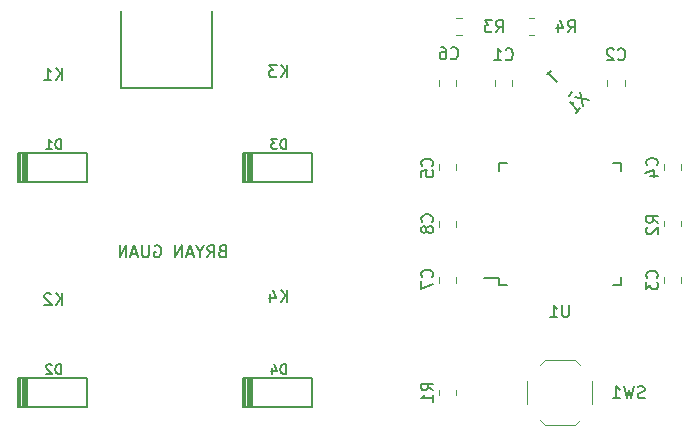
<source format=gbo>
%TF.GenerationSoftware,KiCad,Pcbnew,(5.1.10)-1*%
%TF.CreationDate,2021-08-17T23:44:39-04:00*%
%TF.ProjectId,Keyboard_Schematic,4b657962-6f61-4726-945f-536368656d61,rev?*%
%TF.SameCoordinates,Original*%
%TF.FileFunction,Legend,Bot*%
%TF.FilePolarity,Positive*%
%FSLAX46Y46*%
G04 Gerber Fmt 4.6, Leading zero omitted, Abs format (unit mm)*
G04 Created by KiCad (PCBNEW (5.1.10)-1) date 2021-08-17 23:44:39*
%MOMM*%
%LPD*%
G01*
G04 APERTURE LIST*
%ADD10C,0.150000*%
%ADD11C,0.120000*%
%ADD12C,0.200000*%
G04 APERTURE END LIST*
D10*
X66650666Y-76128571D02*
X66507809Y-76176190D01*
X66460190Y-76223809D01*
X66412571Y-76319047D01*
X66412571Y-76461904D01*
X66460190Y-76557142D01*
X66507809Y-76604761D01*
X66603047Y-76652380D01*
X66984000Y-76652380D01*
X66984000Y-75652380D01*
X66650666Y-75652380D01*
X66555428Y-75700000D01*
X66507809Y-75747619D01*
X66460190Y-75842857D01*
X66460190Y-75938095D01*
X66507809Y-76033333D01*
X66555428Y-76080952D01*
X66650666Y-76128571D01*
X66984000Y-76128571D01*
X65412571Y-76652380D02*
X65745904Y-76176190D01*
X65984000Y-76652380D02*
X65984000Y-75652380D01*
X65603047Y-75652380D01*
X65507809Y-75700000D01*
X65460190Y-75747619D01*
X65412571Y-75842857D01*
X65412571Y-75985714D01*
X65460190Y-76080952D01*
X65507809Y-76128571D01*
X65603047Y-76176190D01*
X65984000Y-76176190D01*
X64793523Y-76176190D02*
X64793523Y-76652380D01*
X65126857Y-75652380D02*
X64793523Y-76176190D01*
X64460190Y-75652380D01*
X64174476Y-76366666D02*
X63698285Y-76366666D01*
X64269714Y-76652380D02*
X63936380Y-75652380D01*
X63603047Y-76652380D01*
X63269714Y-76652380D02*
X63269714Y-75652380D01*
X62698285Y-76652380D01*
X62698285Y-75652380D01*
X60936380Y-75700000D02*
X61031619Y-75652380D01*
X61174476Y-75652380D01*
X61317333Y-75700000D01*
X61412571Y-75795238D01*
X61460190Y-75890476D01*
X61507809Y-76080952D01*
X61507809Y-76223809D01*
X61460190Y-76414285D01*
X61412571Y-76509523D01*
X61317333Y-76604761D01*
X61174476Y-76652380D01*
X61079238Y-76652380D01*
X60936380Y-76604761D01*
X60888761Y-76557142D01*
X60888761Y-76223809D01*
X61079238Y-76223809D01*
X60460190Y-75652380D02*
X60460190Y-76461904D01*
X60412571Y-76557142D01*
X60364952Y-76604761D01*
X60269714Y-76652380D01*
X60079238Y-76652380D01*
X59984000Y-76604761D01*
X59936380Y-76557142D01*
X59888761Y-76461904D01*
X59888761Y-75652380D01*
X59460190Y-76366666D02*
X58984000Y-76366666D01*
X59555428Y-76652380D02*
X59222095Y-75652380D01*
X58888761Y-76652380D01*
X58555428Y-76652380D02*
X58555428Y-75652380D01*
X57984000Y-76652380D01*
X57984000Y-75652380D01*
%TO.C,U1*%
X90075000Y-78418750D02*
X88800000Y-78418750D01*
X100425000Y-78993750D02*
X99750000Y-78993750D01*
X100425000Y-68643750D02*
X99750000Y-68643750D01*
X90075000Y-68643750D02*
X90750000Y-68643750D01*
X90075000Y-78993750D02*
X90750000Y-78993750D01*
X90075000Y-68643750D02*
X90075000Y-69318750D01*
X100425000Y-68643750D02*
X100425000Y-69318750D01*
X100425000Y-78993750D02*
X100425000Y-78318750D01*
X90075000Y-78993750D02*
X90075000Y-78418750D01*
%TO.C,X1*%
X94330761Y-61134683D02*
X95037868Y-61841789D01*
X94189340Y-61134683D02*
X94472183Y-60851840D01*
X96027817Y-62973160D02*
X96310660Y-62690317D01*
D11*
%TO.C,C1*%
X89752500Y-62173752D02*
X89752500Y-61651248D01*
X91222500Y-62173752D02*
X91222500Y-61651248D01*
%TO.C,C2*%
X99277500Y-62173752D02*
X99277500Y-61651248D01*
X100747500Y-62173752D02*
X100747500Y-61651248D01*
%TO.C,C3*%
X104040000Y-78319998D02*
X104040000Y-78842502D01*
X105510000Y-78319998D02*
X105510000Y-78842502D01*
%TO.C,C4*%
X105510000Y-68794998D02*
X105510000Y-69317502D01*
X104040000Y-68794998D02*
X104040000Y-69317502D01*
%TO.C,C5*%
X86460000Y-69317502D02*
X86460000Y-68794998D01*
X84990000Y-69317502D02*
X84990000Y-68794998D01*
%TO.C,C6*%
X84990000Y-62173752D02*
X84990000Y-61651248D01*
X86460000Y-62173752D02*
X86460000Y-61651248D01*
%TO.C,C7*%
X86460000Y-78842502D02*
X86460000Y-78319998D01*
X84990000Y-78842502D02*
X84990000Y-78319998D01*
%TO.C,C8*%
X86460000Y-74080002D02*
X86460000Y-73557498D01*
X84990000Y-74080002D02*
X84990000Y-73557498D01*
D12*
%TO.C,D1*%
X50112500Y-70256250D02*
X50112500Y-67856250D01*
X49937500Y-70256250D02*
X49937500Y-67856250D01*
X49762500Y-70256250D02*
X49762500Y-67856250D01*
X49362500Y-67856250D02*
X49362500Y-70256250D01*
X49587500Y-70256250D02*
X49587500Y-67856250D01*
X49462500Y-70256250D02*
X49462500Y-67856250D01*
X49387500Y-70256250D02*
X55187500Y-70256250D01*
X55187500Y-70256250D02*
X55187500Y-67856250D01*
X55187500Y-67856250D02*
X49387500Y-67856250D01*
%TO.C,D2*%
X50112500Y-89306250D02*
X50112500Y-86906250D01*
X49937500Y-89306250D02*
X49937500Y-86906250D01*
X49762500Y-89306250D02*
X49762500Y-86906250D01*
X49362500Y-86906250D02*
X49362500Y-89306250D01*
X49587500Y-89306250D02*
X49587500Y-86906250D01*
X49462500Y-89306250D02*
X49462500Y-86906250D01*
X49387500Y-89306250D02*
X55187500Y-89306250D01*
X55187500Y-89306250D02*
X55187500Y-86906250D01*
X55187500Y-86906250D02*
X49387500Y-86906250D01*
%TO.C,D3*%
X74237500Y-67856250D02*
X68437500Y-67856250D01*
X74237500Y-70256250D02*
X74237500Y-67856250D01*
X68437500Y-70256250D02*
X74237500Y-70256250D01*
X68512500Y-70256250D02*
X68512500Y-67856250D01*
X68637500Y-70256250D02*
X68637500Y-67856250D01*
X68412500Y-67856250D02*
X68412500Y-70256250D01*
X68812500Y-70256250D02*
X68812500Y-67856250D01*
X68987500Y-70256250D02*
X68987500Y-67856250D01*
X69162500Y-70256250D02*
X69162500Y-67856250D01*
%TO.C,D4*%
X74237500Y-86906250D02*
X68437500Y-86906250D01*
X74237500Y-89306250D02*
X74237500Y-86906250D01*
X68437500Y-89306250D02*
X74237500Y-89306250D01*
X68512500Y-89306250D02*
X68512500Y-86906250D01*
X68637500Y-89306250D02*
X68637500Y-86906250D01*
X68412500Y-86906250D02*
X68412500Y-89306250D01*
X68812500Y-89306250D02*
X68812500Y-86906250D01*
X68987500Y-89306250D02*
X68987500Y-86906250D01*
X69162500Y-89306250D02*
X69162500Y-86906250D01*
%TO.C,J1*%
X58062500Y-62312500D02*
X65762500Y-62312500D01*
X58062500Y-62312500D02*
X58062500Y-55812500D01*
X65762500Y-62312500D02*
X65762500Y-55812500D01*
D11*
%TO.C,R1*%
X86460000Y-87879186D02*
X86460000Y-88333314D01*
X84990000Y-87879186D02*
X84990000Y-88333314D01*
%TO.C,R2*%
X105510000Y-74045814D02*
X105510000Y-73591686D01*
X104040000Y-74045814D02*
X104040000Y-73591686D01*
%TO.C,R3*%
X86952064Y-56415000D02*
X86497936Y-56415000D01*
X86952064Y-57885000D02*
X86497936Y-57885000D01*
%TO.C,R4*%
X93095814Y-57885000D02*
X92641686Y-57885000D01*
X93095814Y-56415000D02*
X92641686Y-56415000D01*
%TO.C,SW1*%
X94000000Y-90856250D02*
X96500000Y-90856250D01*
X92500000Y-89106250D02*
X92500000Y-87106250D01*
X94000000Y-85356250D02*
X96500000Y-85356250D01*
X98000000Y-89106250D02*
X98000000Y-87106250D01*
X93550000Y-90406250D02*
X94000000Y-90856250D01*
X96950000Y-90406250D02*
X96500000Y-90856250D01*
X96950000Y-85806250D02*
X96500000Y-85356250D01*
X93550000Y-85806250D02*
X94000000Y-85356250D01*
%TO.C,U1*%
D10*
X96011904Y-80721130D02*
X96011904Y-81530654D01*
X95964285Y-81625892D01*
X95916666Y-81673511D01*
X95821428Y-81721130D01*
X95630952Y-81721130D01*
X95535714Y-81673511D01*
X95488095Y-81625892D01*
X95440476Y-81530654D01*
X95440476Y-80721130D01*
X94440476Y-81721130D02*
X95011904Y-81721130D01*
X94726190Y-81721130D02*
X94726190Y-80721130D01*
X94821428Y-80863988D01*
X94916666Y-80959226D01*
X95011904Y-81006845D01*
%TO.C,X1*%
X96990829Y-62649911D02*
X97226531Y-63828422D01*
X96519425Y-63121315D02*
X97697936Y-63357017D01*
X96586768Y-64468185D02*
X96990829Y-64064124D01*
X96788799Y-64266155D02*
X96081692Y-63559048D01*
X96250051Y-63592720D01*
X96384738Y-63592720D01*
X96485753Y-63559048D01*
%TO.C,C1*%
X90654166Y-59888392D02*
X90701785Y-59936011D01*
X90844642Y-59983630D01*
X90939880Y-59983630D01*
X91082738Y-59936011D01*
X91177976Y-59840773D01*
X91225595Y-59745535D01*
X91273214Y-59555059D01*
X91273214Y-59412202D01*
X91225595Y-59221726D01*
X91177976Y-59126488D01*
X91082738Y-59031250D01*
X90939880Y-58983630D01*
X90844642Y-58983630D01*
X90701785Y-59031250D01*
X90654166Y-59078869D01*
X89701785Y-59983630D02*
X90273214Y-59983630D01*
X89987500Y-59983630D02*
X89987500Y-58983630D01*
X90082738Y-59126488D01*
X90177976Y-59221726D01*
X90273214Y-59269345D01*
%TO.C,C2*%
X100179166Y-59888392D02*
X100226785Y-59936011D01*
X100369642Y-59983630D01*
X100464880Y-59983630D01*
X100607738Y-59936011D01*
X100702976Y-59840773D01*
X100750595Y-59745535D01*
X100798214Y-59555059D01*
X100798214Y-59412202D01*
X100750595Y-59221726D01*
X100702976Y-59126488D01*
X100607738Y-59031250D01*
X100464880Y-58983630D01*
X100369642Y-58983630D01*
X100226785Y-59031250D01*
X100179166Y-59078869D01*
X99798214Y-59078869D02*
X99750595Y-59031250D01*
X99655357Y-58983630D01*
X99417261Y-58983630D01*
X99322023Y-59031250D01*
X99274404Y-59078869D01*
X99226785Y-59174107D01*
X99226785Y-59269345D01*
X99274404Y-59412202D01*
X99845833Y-59983630D01*
X99226785Y-59983630D01*
%TO.C,C3*%
X103452142Y-78414583D02*
X103499761Y-78366964D01*
X103547380Y-78224107D01*
X103547380Y-78128869D01*
X103499761Y-77986011D01*
X103404523Y-77890773D01*
X103309285Y-77843154D01*
X103118809Y-77795535D01*
X102975952Y-77795535D01*
X102785476Y-77843154D01*
X102690238Y-77890773D01*
X102595000Y-77986011D01*
X102547380Y-78128869D01*
X102547380Y-78224107D01*
X102595000Y-78366964D01*
X102642619Y-78414583D01*
X102547380Y-78747916D02*
X102547380Y-79366964D01*
X102928333Y-79033630D01*
X102928333Y-79176488D01*
X102975952Y-79271726D01*
X103023571Y-79319345D01*
X103118809Y-79366964D01*
X103356904Y-79366964D01*
X103452142Y-79319345D01*
X103499761Y-79271726D01*
X103547380Y-79176488D01*
X103547380Y-78890773D01*
X103499761Y-78795535D01*
X103452142Y-78747916D01*
%TO.C,C4*%
X103452142Y-68889583D02*
X103499761Y-68841964D01*
X103547380Y-68699107D01*
X103547380Y-68603869D01*
X103499761Y-68461011D01*
X103404523Y-68365773D01*
X103309285Y-68318154D01*
X103118809Y-68270535D01*
X102975952Y-68270535D01*
X102785476Y-68318154D01*
X102690238Y-68365773D01*
X102595000Y-68461011D01*
X102547380Y-68603869D01*
X102547380Y-68699107D01*
X102595000Y-68841964D01*
X102642619Y-68889583D01*
X102880714Y-69746726D02*
X103547380Y-69746726D01*
X102499761Y-69508630D02*
X103214047Y-69270535D01*
X103214047Y-69889583D01*
%TO.C,C5*%
X84431142Y-68921333D02*
X84478761Y-68873714D01*
X84526380Y-68730857D01*
X84526380Y-68635619D01*
X84478761Y-68492761D01*
X84383523Y-68397523D01*
X84288285Y-68349904D01*
X84097809Y-68302285D01*
X83954952Y-68302285D01*
X83764476Y-68349904D01*
X83669238Y-68397523D01*
X83574000Y-68492761D01*
X83526380Y-68635619D01*
X83526380Y-68730857D01*
X83574000Y-68873714D01*
X83621619Y-68921333D01*
X83526380Y-69826095D02*
X83526380Y-69349904D01*
X84002571Y-69302285D01*
X83954952Y-69349904D01*
X83907333Y-69445142D01*
X83907333Y-69683238D01*
X83954952Y-69778476D01*
X84002571Y-69826095D01*
X84097809Y-69873714D01*
X84335904Y-69873714D01*
X84431142Y-69826095D01*
X84478761Y-69778476D01*
X84526380Y-69683238D01*
X84526380Y-69445142D01*
X84478761Y-69349904D01*
X84431142Y-69302285D01*
%TO.C,C6*%
X86018666Y-59793142D02*
X86066285Y-59840761D01*
X86209142Y-59888380D01*
X86304380Y-59888380D01*
X86447238Y-59840761D01*
X86542476Y-59745523D01*
X86590095Y-59650285D01*
X86637714Y-59459809D01*
X86637714Y-59316952D01*
X86590095Y-59126476D01*
X86542476Y-59031238D01*
X86447238Y-58936000D01*
X86304380Y-58888380D01*
X86209142Y-58888380D01*
X86066285Y-58936000D01*
X86018666Y-58983619D01*
X85161523Y-58888380D02*
X85352000Y-58888380D01*
X85447238Y-58936000D01*
X85494857Y-58983619D01*
X85590095Y-59126476D01*
X85637714Y-59316952D01*
X85637714Y-59697904D01*
X85590095Y-59793142D01*
X85542476Y-59840761D01*
X85447238Y-59888380D01*
X85256761Y-59888380D01*
X85161523Y-59840761D01*
X85113904Y-59793142D01*
X85066285Y-59697904D01*
X85066285Y-59459809D01*
X85113904Y-59364571D01*
X85161523Y-59316952D01*
X85256761Y-59269333D01*
X85447238Y-59269333D01*
X85542476Y-59316952D01*
X85590095Y-59364571D01*
X85637714Y-59459809D01*
%TO.C,C7*%
X84431142Y-78319333D02*
X84478761Y-78271714D01*
X84526380Y-78128857D01*
X84526380Y-78033619D01*
X84478761Y-77890761D01*
X84383523Y-77795523D01*
X84288285Y-77747904D01*
X84097809Y-77700285D01*
X83954952Y-77700285D01*
X83764476Y-77747904D01*
X83669238Y-77795523D01*
X83574000Y-77890761D01*
X83526380Y-78033619D01*
X83526380Y-78128857D01*
X83574000Y-78271714D01*
X83621619Y-78319333D01*
X83526380Y-78652666D02*
X83526380Y-79319333D01*
X84526380Y-78890761D01*
%TO.C,C8*%
X84431142Y-73652083D02*
X84478761Y-73604464D01*
X84526380Y-73461607D01*
X84526380Y-73366369D01*
X84478761Y-73223511D01*
X84383523Y-73128273D01*
X84288285Y-73080654D01*
X84097809Y-73033035D01*
X83954952Y-73033035D01*
X83764476Y-73080654D01*
X83669238Y-73128273D01*
X83574000Y-73223511D01*
X83526380Y-73366369D01*
X83526380Y-73461607D01*
X83574000Y-73604464D01*
X83621619Y-73652083D01*
X83954952Y-74223511D02*
X83907333Y-74128273D01*
X83859714Y-74080654D01*
X83764476Y-74033035D01*
X83716857Y-74033035D01*
X83621619Y-74080654D01*
X83574000Y-74128273D01*
X83526380Y-74223511D01*
X83526380Y-74413988D01*
X83574000Y-74509226D01*
X83621619Y-74556845D01*
X83716857Y-74604464D01*
X83764476Y-74604464D01*
X83859714Y-74556845D01*
X83907333Y-74509226D01*
X83954952Y-74413988D01*
X83954952Y-74223511D01*
X84002571Y-74128273D01*
X84050190Y-74080654D01*
X84145428Y-74033035D01*
X84335904Y-74033035D01*
X84431142Y-74080654D01*
X84478761Y-74128273D01*
X84526380Y-74223511D01*
X84526380Y-74413988D01*
X84478761Y-74509226D01*
X84431142Y-74556845D01*
X84335904Y-74604464D01*
X84145428Y-74604464D01*
X84050190Y-74556845D01*
X84002571Y-74509226D01*
X83954952Y-74413988D01*
%TO.C,D1*%
X52977976Y-67493154D02*
X52977976Y-66693154D01*
X52787500Y-66693154D01*
X52673214Y-66731250D01*
X52597023Y-66807440D01*
X52558928Y-66883630D01*
X52520833Y-67036011D01*
X52520833Y-67150297D01*
X52558928Y-67302678D01*
X52597023Y-67378869D01*
X52673214Y-67455059D01*
X52787500Y-67493154D01*
X52977976Y-67493154D01*
X51758928Y-67493154D02*
X52216071Y-67493154D01*
X51987500Y-67493154D02*
X51987500Y-66693154D01*
X52063690Y-66807440D01*
X52139880Y-66883630D01*
X52216071Y-66921726D01*
%TO.C,D2*%
X52977976Y-86543154D02*
X52977976Y-85743154D01*
X52787500Y-85743154D01*
X52673214Y-85781250D01*
X52597023Y-85857440D01*
X52558928Y-85933630D01*
X52520833Y-86086011D01*
X52520833Y-86200297D01*
X52558928Y-86352678D01*
X52597023Y-86428869D01*
X52673214Y-86505059D01*
X52787500Y-86543154D01*
X52977976Y-86543154D01*
X52216071Y-85819345D02*
X52177976Y-85781250D01*
X52101785Y-85743154D01*
X51911309Y-85743154D01*
X51835119Y-85781250D01*
X51797023Y-85819345D01*
X51758928Y-85895535D01*
X51758928Y-85971726D01*
X51797023Y-86086011D01*
X52254166Y-86543154D01*
X51758928Y-86543154D01*
%TO.C,D3*%
X72027976Y-67493154D02*
X72027976Y-66693154D01*
X71837500Y-66693154D01*
X71723214Y-66731250D01*
X71647023Y-66807440D01*
X71608928Y-66883630D01*
X71570833Y-67036011D01*
X71570833Y-67150297D01*
X71608928Y-67302678D01*
X71647023Y-67378869D01*
X71723214Y-67455059D01*
X71837500Y-67493154D01*
X72027976Y-67493154D01*
X71304166Y-66693154D02*
X70808928Y-66693154D01*
X71075595Y-66997916D01*
X70961309Y-66997916D01*
X70885119Y-67036011D01*
X70847023Y-67074107D01*
X70808928Y-67150297D01*
X70808928Y-67340773D01*
X70847023Y-67416964D01*
X70885119Y-67455059D01*
X70961309Y-67493154D01*
X71189880Y-67493154D01*
X71266071Y-67455059D01*
X71304166Y-67416964D01*
%TO.C,D4*%
X72027976Y-86543154D02*
X72027976Y-85743154D01*
X71837500Y-85743154D01*
X71723214Y-85781250D01*
X71647023Y-85857440D01*
X71608928Y-85933630D01*
X71570833Y-86086011D01*
X71570833Y-86200297D01*
X71608928Y-86352678D01*
X71647023Y-86428869D01*
X71723214Y-86505059D01*
X71837500Y-86543154D01*
X72027976Y-86543154D01*
X70885119Y-86009821D02*
X70885119Y-86543154D01*
X71075595Y-85705059D02*
X71266071Y-86276488D01*
X70770833Y-86276488D01*
%TO.C,K1*%
D12*
X53125595Y-61666380D02*
X53125595Y-60666380D01*
X52554166Y-61666380D02*
X52982738Y-61094952D01*
X52554166Y-60666380D02*
X53125595Y-61237809D01*
X51601785Y-61666380D02*
X52173214Y-61666380D01*
X51887500Y-61666380D02*
X51887500Y-60666380D01*
X51982738Y-60809238D01*
X52077976Y-60904476D01*
X52173214Y-60952095D01*
%TO.C,K2*%
X53125595Y-80716380D02*
X53125595Y-79716380D01*
X52554166Y-80716380D02*
X52982738Y-80144952D01*
X52554166Y-79716380D02*
X53125595Y-80287809D01*
X52173214Y-79811619D02*
X52125595Y-79764000D01*
X52030357Y-79716380D01*
X51792261Y-79716380D01*
X51697023Y-79764000D01*
X51649404Y-79811619D01*
X51601785Y-79906857D01*
X51601785Y-80002095D01*
X51649404Y-80144952D01*
X52220833Y-80716380D01*
X51601785Y-80716380D01*
%TO.C,K3*%
X72175595Y-61412380D02*
X72175595Y-60412380D01*
X71604166Y-61412380D02*
X72032738Y-60840952D01*
X71604166Y-60412380D02*
X72175595Y-60983809D01*
X71270833Y-60412380D02*
X70651785Y-60412380D01*
X70985119Y-60793333D01*
X70842261Y-60793333D01*
X70747023Y-60840952D01*
X70699404Y-60888571D01*
X70651785Y-60983809D01*
X70651785Y-61221904D01*
X70699404Y-61317142D01*
X70747023Y-61364761D01*
X70842261Y-61412380D01*
X71127976Y-61412380D01*
X71223214Y-61364761D01*
X71270833Y-61317142D01*
%TO.C,K4*%
X72175595Y-80462380D02*
X72175595Y-79462380D01*
X71604166Y-80462380D02*
X72032738Y-79890952D01*
X71604166Y-79462380D02*
X72175595Y-80033809D01*
X70747023Y-79795714D02*
X70747023Y-80462380D01*
X70985119Y-79414761D02*
X71223214Y-80129047D01*
X70604166Y-80129047D01*
%TO.C,R1*%
D10*
X84527380Y-87939583D02*
X84051190Y-87606250D01*
X84527380Y-87368154D02*
X83527380Y-87368154D01*
X83527380Y-87749107D01*
X83575000Y-87844345D01*
X83622619Y-87891964D01*
X83717857Y-87939583D01*
X83860714Y-87939583D01*
X83955952Y-87891964D01*
X84003571Y-87844345D01*
X84051190Y-87749107D01*
X84051190Y-87368154D01*
X84527380Y-88891964D02*
X84527380Y-88320535D01*
X84527380Y-88606250D02*
X83527380Y-88606250D01*
X83670238Y-88511011D01*
X83765476Y-88415773D01*
X83813095Y-88320535D01*
%TO.C,R2*%
X103576380Y-73747333D02*
X103100190Y-73414000D01*
X103576380Y-73175904D02*
X102576380Y-73175904D01*
X102576380Y-73556857D01*
X102624000Y-73652095D01*
X102671619Y-73699714D01*
X102766857Y-73747333D01*
X102909714Y-73747333D01*
X103004952Y-73699714D01*
X103052571Y-73652095D01*
X103100190Y-73556857D01*
X103100190Y-73175904D01*
X102671619Y-74128285D02*
X102624000Y-74175904D01*
X102576380Y-74271142D01*
X102576380Y-74509238D01*
X102624000Y-74604476D01*
X102671619Y-74652095D01*
X102766857Y-74699714D01*
X102862095Y-74699714D01*
X103004952Y-74652095D01*
X103576380Y-74080666D01*
X103576380Y-74699714D01*
%TO.C,R3*%
X89828666Y-57602380D02*
X90162000Y-57126190D01*
X90400095Y-57602380D02*
X90400095Y-56602380D01*
X90019142Y-56602380D01*
X89923904Y-56650000D01*
X89876285Y-56697619D01*
X89828666Y-56792857D01*
X89828666Y-56935714D01*
X89876285Y-57030952D01*
X89923904Y-57078571D01*
X90019142Y-57126190D01*
X90400095Y-57126190D01*
X89495333Y-56602380D02*
X88876285Y-56602380D01*
X89209619Y-56983333D01*
X89066761Y-56983333D01*
X88971523Y-57030952D01*
X88923904Y-57078571D01*
X88876285Y-57173809D01*
X88876285Y-57411904D01*
X88923904Y-57507142D01*
X88971523Y-57554761D01*
X89066761Y-57602380D01*
X89352476Y-57602380D01*
X89447714Y-57554761D01*
X89495333Y-57507142D01*
%TO.C,R4*%
X95924666Y-57602380D02*
X96258000Y-57126190D01*
X96496095Y-57602380D02*
X96496095Y-56602380D01*
X96115142Y-56602380D01*
X96019904Y-56650000D01*
X95972285Y-56697619D01*
X95924666Y-56792857D01*
X95924666Y-56935714D01*
X95972285Y-57030952D01*
X96019904Y-57078571D01*
X96115142Y-57126190D01*
X96496095Y-57126190D01*
X95067523Y-56935714D02*
X95067523Y-57602380D01*
X95305619Y-56554761D02*
X95543714Y-57269047D01*
X94924666Y-57269047D01*
%TO.C,SW1*%
X102425333Y-88542761D02*
X102282476Y-88590380D01*
X102044380Y-88590380D01*
X101949142Y-88542761D01*
X101901523Y-88495142D01*
X101853904Y-88399904D01*
X101853904Y-88304666D01*
X101901523Y-88209428D01*
X101949142Y-88161809D01*
X102044380Y-88114190D01*
X102234857Y-88066571D01*
X102330095Y-88018952D01*
X102377714Y-87971333D01*
X102425333Y-87876095D01*
X102425333Y-87780857D01*
X102377714Y-87685619D01*
X102330095Y-87638000D01*
X102234857Y-87590380D01*
X101996761Y-87590380D01*
X101853904Y-87638000D01*
X101520571Y-87590380D02*
X101282476Y-88590380D01*
X101092000Y-87876095D01*
X100901523Y-88590380D01*
X100663428Y-87590380D01*
X99758666Y-88590380D02*
X100330095Y-88590380D01*
X100044380Y-88590380D02*
X100044380Y-87590380D01*
X100139619Y-87733238D01*
X100234857Y-87828476D01*
X100330095Y-87876095D01*
%TD*%
M02*

</source>
